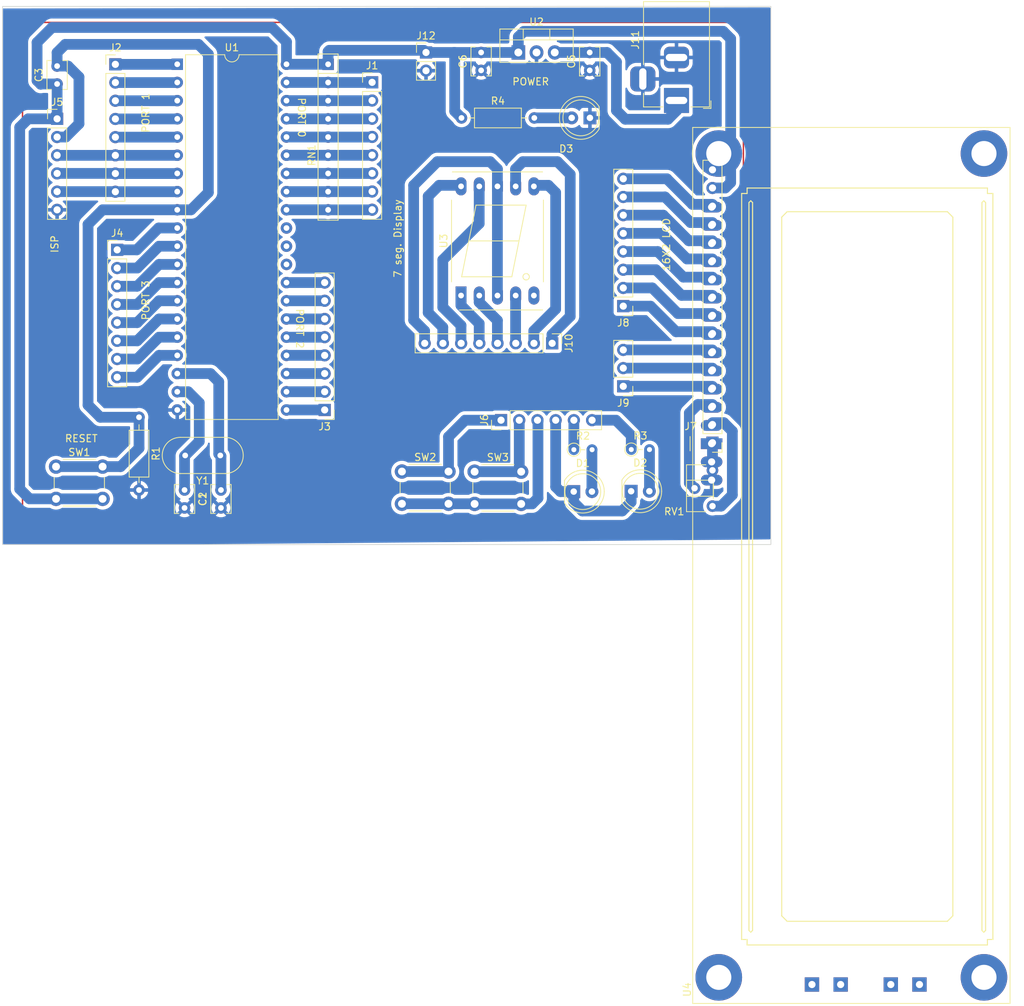
<source format=kicad_pcb>
(kicad_pcb (version 20221018) (generator pcbnew)
  (layers (0 "F.Cu" signal) (31 "B.Cu" signal) (34 "B.Paste" user) (35 "F.Paste" user) (36 "B.SilkS" user "B.Silkscreen") (37 "F.SilkS" user "F.Silkscreen") (38 "B.Mask" user) (39 "F.Mask" user) (44 "Edge.Cuts" user))
  (net 0 "")
  (net 1 "Net-(U1-X1)")
  (net 2 "GND")
  (net 3 "Net-(U1-X2)")
  (net 4 "+5P")
  (net 5 "Net-(J5-Pin_2)")
  (net 6 "Net-(U2-VO)")
  (net 7 "Net-(D1-A)")
  (net 8 "Net-(D2-A)")
  (net 9 "Net-(D3-A)")
  (net 10 "Net-(J1-Pin_1)")
  (net 11 "Net-(J1-Pin_2)")
  (net 12 "Net-(J1-Pin_3)")
  (net 13 "Net-(J1-Pin_4)")
  (net 14 "Net-(J1-Pin_5)")
  (net 15 "Net-(J1-Pin_6)")
  (net 16 "Net-(J1-Pin_7)")
  (net 17 "Net-(J1-Pin_8)")
  (net 18 "Net-(J2-Pin_1)")
  (net 19 "Net-(J2-Pin_2)")
  (net 20 "Net-(J2-Pin_3)")
  (net 21 "Net-(J2-Pin_4)")
  (net 22 "Net-(J2-Pin_5)")
  (net 23 "Net-(J2-Pin_6)")
  (net 24 "Net-(J2-Pin_7)")
  (net 25 "Net-(J2-Pin_8)")
  (net 26 "Net-(J3-Pin_1)")
  (net 27 "Net-(J3-Pin_2)")
  (net 28 "Net-(J3-Pin_3)")
  (net 29 "Net-(J3-Pin_4)")
  (net 30 "Net-(J3-Pin_5)")
  (net 31 "Net-(J3-Pin_6)")
  (net 32 "Net-(J3-Pin_7)")
  (net 33 "Net-(J3-Pin_8)")
  (net 34 "Net-(J4-Pin_1)")
  (net 35 "Net-(J4-Pin_2)")
  (net 36 "Net-(J4-Pin_3)")
  (net 37 "Net-(J4-Pin_4)")
  (net 38 "Net-(J4-Pin_5)")
  (net 39 "Net-(J4-Pin_6)")
  (net 40 "Net-(J4-Pin_7)")
  (net 41 "Net-(J4-Pin_8)")
  (net 42 "Net-(J6-Pin_1)")
  (net 43 "Net-(J6-Pin_2)")
  (net 44 "Net-(J6-Pin_3)")
  (net 45 "Net-(J6-Pin_5)")
  (net 46 "Net-(J6-Pin_6)")
  (net 47 "Net-(J7-Pin_3)")
  (net 48 "Net-(J7-Pin_4)")
  (net 49 "Net-(J7-Pin_5)")
  (net 50 "Net-(J7-Pin_6)")
  (net 51 "Net-(J7-Pin_7)")
  (net 52 "Net-(J7-Pin_8)")
  (net 53 "Net-(J7-Pin_9)")
  (net 54 "Net-(J7-Pin_10)")
  (net 55 "Net-(J7-Pin_11)")
  (net 56 "Net-(J7-Pin_12)")
  (net 57 "Net-(J7-Pin_13)")
  (net 58 "Net-(J7-Pin_14)")
  (net 59 "Net-(J10-Pin_1)")
  (net 60 "Net-(J10-Pin_2)")
  (net 61 "Net-(J10-Pin_3)")
  (net 62 "Net-(J10-Pin_4)")
  (net 63 "Net-(J10-Pin_5)")
  (net 64 "Net-(J10-Pin_6)")
  (net 65 "Net-(J10-Pin_7)")
  (net 66 "Net-(J10-Pin_8)")
  (net 75 "Net-(D1-K)")
  (footprint "Display:LCD-016N002L" (layer "F.Cu") (at 114.69 76.08 90)
    (fp_text reference "U4")
    (fp_text value "LCD-016N002L")
  )
  (footprint "Capacitor_THT:C_Disc_D3.8mm_W2.6mm_P2.50mm" (layer "F.Cu") (at 23.368 25.868 90)
    (fp_text reference "C3")
    (fp_text value "0.1uf")
  )
  (footprint "Connector_BarrelJack:BarrelJack_Horizontal" (layer "F.Cu") (at 109.79 28.17 -90)
    (fp_text reference "J11")
    (fp_text value "Barrel_Jack_Switch")
  )
  (footprint "Package_TO_SOT_THT:TO-220-3_Vertical" (layer "F.Cu") (at 87.72 21.47)
    (fp_text reference "U2")
    (fp_text value "LM7805_TO220")
  )
  (footprint "Connector_PinHeader_2.54mm:PinHeader_1x16_P2.54mm_Vertical" (layer "F.Cu") (at 114.808 75.946 180)
    (fp_text reference "J7")
    (fp_text value "Conn_01x16_Pin")
  )
  (footprint "Resistor_THT:R_Axial_DIN0207_L6.3mm_D2.5mm_P10.16mm_Horizontal" (layer "F.Cu") (at 79.79 30.61)
    (fp_text reference "R4")
    (fp_text value "1k")
  )
  (footprint "Connector_PinHeader_2.54mm:PinHeader_1x03_P2.54mm_Vertical" (layer "F.Cu") (at 102.362 68.072 180)
    (fp_text reference "J9")
    (fp_text value "Conn_01x03_Pin")
  )
  (footprint "Crystal:Crystal_HC18-U_Vertical" (layer "F.Cu") (at 46.138 77.724 180)
    (fp_text reference "Y1")
    (fp_text value "11.0592MHz")
  )
  (footprint "Connector_PinHeader_2.54mm:PinHeader_1x08_P2.54mm_Vertical" (layer "F.Cu") (at 31.496 23.129)
    (fp_text reference "J2")
    (fp_text value "Conn_01x08_Pin")
  )
  (footprint "Connector_PinHeader_2.54mm:PinHeader_1x08_P2.54mm_Vertical" (layer "F.Cu") (at 60.7 71.37 180)
    (fp_text reference "J3")
    (fp_text value "Conn_01x08_Pin")
  )
  (footprint "Connector_PinHeader_2.54mm:PinHeader_1x08_P2.54mm_Vertical" (layer "F.Cu") (at 92.44 62.07 -90)
    (fp_text reference "J10")
    (fp_text value "Conn_01x08_Pin")
  )
  (footprint "Resistor_THT:R_Axial_DIN0204_L3.6mm_D1.6mm_P2.54mm_Vertical" (layer "F.Cu") (at 103.48 76.9)
    (fp_text reference "R3")
    (fp_text value "1k")
  )
  (footprint "LED_THT:LED_D5.0mm_Clear" (layer "F.Cu") (at 103.46 82.72)
    (fp_text reference "D2")
    (fp_text value "LED")
  )
  (footprint "Resistor_THT:R_Axial_DIN0207_L6.3mm_D2.5mm_P10.16mm_Horizontal" (layer "F.Cu") (at 34.798 72.39 -90)
    (fp_text reference "R1")
    (fp_text value "10k")
  )
  (footprint "Button_Switch_THT:SW_PUSH_6mm_H4.3mm" (layer "F.Cu") (at 23.218 79.284)
    (fp_text reference "SW1")
    (fp_text value "SW_MEC_5E")
  )
  (footprint "LED_THT:LED_D5.0mm_Clear" (layer "F.Cu") (at 97.71 30.6 180)
    (fp_text reference "D3")
    (fp_text value "LED")
  )
  (footprint "Connector_PinHeader_2.54mm:PinHeader_1x02_P2.54mm_Vertical" (layer "F.Cu") (at 74.84 21.47)
    (fp_text reference "J12")
    (fp_text value "5v")
  )
  (footprint "Connector_PinHeader_2.54mm:PinHeader_1x08_P2.54mm_Vertical" (layer "F.Cu") (at 67.32 25.64)
    (fp_text reference "J1")
    (fp_text value "Conn_01x08_Pin")
  )
  (footprint "Connector_PinHeader_2.54mm:PinHeader_1x08_P2.54mm_Vertical" (layer "F.Cu") (at 31.75 49.022)
    (fp_text reference "J4")
    (fp_text value "Conn_01x08_Pin")
  )
  (footprint "Capacitor_THT:C_Disc_D3.8mm_W2.6mm_P2.50mm" (layer "F.Cu") (at 46.228 85.05 90)
    (fp_text reference "C2")
    (fp_text value "22pF")
  )
  (footprint "Connector_PinHeader_2.54mm:PinHeader_1x06_P2.54mm_Vertical" (layer "F.Cu") (at 85.31 72.8 90)
    (fp_text reference "J6")
    (fp_text value "Conn_01x06_Pin")
  )
  (footprint "Capacitor_THT:C_Disc_D3.8mm_W2.6mm_P2.50mm" (layer "F.Cu") (at 97.68 23.97 90)
    (fp_text reference "C5")
    (fp_text value "0.1uf")
  )
  (footprint "Connector_PinHeader_2.54mm:PinHeader_1x08_P2.54mm_Vertical" (layer "F.Cu") (at 102.362 56.881 180)
    (fp_text reference "J8")
    (fp_text value "Conn_01x08_Pin")
  )
  (footprint "Connector_PinHeader_2.54mm:PinHeader_1x06_P2.54mm_Vertical" (layer "F.Cu") (at 23.368 30.734)
    (fp_text reference "J5")
    (fp_text value "Conn_01x06_Pin")
  )
  (footprint "Package_DIP:DIP-40_W15.24mm" (layer "F.Cu") (at 40.132 23.114)
    (fp_text reference "U1")
    (fp_text value "8051")
  )
  (footprint "Capacitor_THT:C_Disc_D3.8mm_W2.6mm_P2.50mm" (layer "F.Cu") (at 41.148 82.55 -90)
    (fp_text reference "C1")
    (fp_text value "22pF")
  )
  (footprint "Display_7Segment:7SegmentLED_LTS6760_LTS6780" (layer "F.Cu") (at 79.73 55.4 90)
    (fp_text reference "U3")
    (fp_text value "D1X8K-14BL")
  )
  (footprint "LED_THT:LED_D5.0mm_Clear" (layer "F.Cu") (at 95.45 82.77)
    (fp_text reference "D1")
    (fp_text value "LED")
  )
  (footprint "Potentiometer_THT:Potentiometer_ACP_CA6-H2,5_Horizontal" (layer "F.Cu") (at 114.808 84.796 180)
    (fp_text reference "RV1")
    (fp_text value "10k")
  )
  (footprint "Button_Switch_THT:SW_PUSH_6mm_H4.3mm" (layer "F.Cu") (at 71.48 79.97)
    (fp_text reference "SW2")
    (fp_text value "user")
  )
  (footprint "Capacitor_THT:C_Disc_D3.8mm_W2.6mm_P2.50mm" (layer "F.Cu") (at 82.53 23.97 90)
    (fp_text reference "C6")
    (fp_text value "0.1uf")
  )
  (footprint "Button_Switch_THT:SW_PUSH_6mm_H4.3mm" (layer "F.Cu") (at 81.62 79.99)
    (fp_text reference "SW3")
    (fp_text value "user")
  )
  (footprint "Resistor_THT:R_Axial_DIN0204_L3.6mm_D1.6mm_P2.54mm_Vertical" (layer "F.Cu") (at 95.47 76.92)
    (fp_text reference "R2")
    (fp_text value "1k")
  )
  (footprint "Resistor_THT:R_Array_SIP9" (layer "F.Cu") (at 61.18 23.12 -90)
    (fp_text reference "RN1")
    (fp_text value "1k")
  )
  (gr_rect locked (start 18.542 17.272) (end 119.126 87.376) (stroke (width 0.2)) (fill none) (layer "F.Cu"))
  (gr_rect (start 15.76 15.04) (end 122.96 90.16) (stroke (width 0.1)) (fill none) (layer "Edge.Cuts"))
  (gr_text "PORT 2" (at 56.642 57.15 -90) (layer "F.SilkS") (effects (font (size 1 1)) (justify left bottom)))
  (gr_text "PORT 3" (at 36.322 58.928 90) (layer "F.SilkS") (effects (font (size 1 1)) (justify left bottom)))
  (gr_text "POWER" (at 86.8 26.13) (layer "F.SilkS") (effects (font (size 1 1)) (justify left bottom)))
  (gr_text "ISP" (at 23.622 49.53 90) (layer "F.SilkS") (effects (font (size 1 1)) (justify left bottom)))
  (gr_text "16X2 LCD" (at 108.966 52.07 90) (layer "F.SilkS") (effects (font (size 1 1)) (justify left bottom)))
  (gr_text "7 seg. Display" (at 71.49 52.98 90) (layer "F.SilkS") (effects (font (size 1 1)) (justify left bottom)))
  (gr_text "PORT 0" (at 56.896 27.686 -90) (layer "F.SilkS") (effects (font (size 1 1)) (justify left bottom)))
  (gr_text "RESET" (at 24.384 75.946) (layer "F.SilkS") (effects (font (size 1 1)) (justify left bottom)))
  (gr_text "PORT 1" (at 36.322 32.766 90) (layer "F.SilkS") (effects (font (size 1 1)) (justify left bottom)))
  (segment (start 41.148 77.814) (end 41.238 77.724) (width 1.5) (layer "B.Cu") (net 1))
  (segment (start 41.238 77.724) (end 43.2 75.762) (width 1.5) (layer "B.Cu") (net 1))
  (segment (start 43.2 75.762) (end 43.2 70.378) (width 1.5) (layer "B.Cu") (net 1))
  (segment (start 43.2 70.378) (end 41.656 68.834) (width 1.5) (layer "B.Cu") (net 1))
  (segment (start 41.656 68.834) (end 40.132 68.834) (width 1.5) (layer "B.Cu") (net 1))
  (segment (start 41.148 82.55) (end 41.148 77.814) (width 1.5) (layer "B.Cu") (net 1))
  (segment (start 97.68 30.57) (end 97.71 30.6) (width 1.5) (layer "B.Cu") (net 2))
  (segment (start 114.808 75.946) (end 114.808 79.796) (width 1.5) (layer "B.Cu") (net 2))
  (segment (start 45.92 67.45) (end 44.764 66.294) (width 1.5) (layer "B.Cu") (net 3))
  (segment (start 45.92 77.506) (end 45.92 67.45) (width 1.5) (layer "B.Cu") (net 3))
  (segment (start 46.228 82.55) (end 46.228 77.814) (width 1.5) (layer "B.Cu") (net 3))
  (segment (start 44.764 66.294) (end 40.132 66.294) (width 1.5) (layer "B.Cu") (net 3))
  (segment (start 46.228 77.814) (end 46.138 77.724) (width 1.5) (layer "B.Cu") (net 3))
  (segment (start 46.138 77.724) (end 45.92 77.506) (width 1.5) (layer "B.Cu") (net 3))
  (segment (start 61.18 21.34) (end 61.18 23.12) (width 1.5) (layer "B.Cu") (net 4))
  (segment (start 55.372 23.114) (end 55.372 19.992) (width 1.5) (layer "B.Cu") (net 4))
  (segment (start 29.718 83.784) (end 23.218 83.784) (width 1.5) (layer "B.Cu") (net 4))
  (segment (start 78.79 21.47) (end 74.84 21.47) (width 1.5) (layer "B.Cu") (net 4))
  (segment (start 53.36 17.98) (end 22.66 17.98) (width 1.5) (layer "B.Cu") (net 4))
  (segment (start 74.84 21.47) (end 74.54 21.17) (width 1.5) (layer "B.Cu") (net 4))
  (segment (start 78.84 21.52) (end 78.79 21.47) (width 1.5) (layer "B.Cu") (net 4))
  (segment (start 116.014 84.796) (end 117.58 83.23) (width 1.5) (layer "B.Cu") (net 4))
  (segment (start 117.348 19.558) (end 117.348 39.624) (width 1.5) (layer "B.Cu") (net 4))
  (segment (start 22.66 17.98) (end 20.574 20.066) (width 1.5) (layer "B.Cu") (net 4))
  (segment (start 114.808 84.796) (end 116.014 84.796) (width 1.5) (layer "B.Cu") (net 4))
  (segment (start 116.586 40.386) (end 114.808 40.386) (width 1.5) (layer "B.Cu") (net 4))
  (segment (start 20.574 20.066) (end 20.574 25.4) (width 1.5) (layer "B.Cu") (net 4))
  (segment (start 87.72 21.47) (end 87.72 19.3) (width 1.5) (layer "B.Cu") (net 4))
  (segment (start 21.122 25.868) (end 23.368 25.868) (width 1.5) (layer "B.Cu") (net 4))
  (segment (start 61.174 23.114) (end 61.18 23.12) (width 1.5) (layer "B.Cu") (net 4))
  (segment (start 61.35 21.17) (end 61.18 21.34) (width 1.5) (layer "B.Cu") (net 4))
  (segment (start 82.53 21.47) (end 78.79 21.47) (width 1.5) (layer "B.Cu") (net 4))
  (segment (start 117.348 39.624) (end 116.586 40.386) (width 1.5) (layer "B.Cu") (net 4))
  (segment (start 18.15 31.92) (end 18.15 82.4) (width 1.5) (layer "B.Cu") (net 4))
  (segment (start 87.72 19.3) (end 88.5 18.52) (width 1.5) (layer "B.Cu") (net 4))
  (segment (start 23.368 30.734) (end 23.368 25.868) (width 1.5) (layer "B.Cu") (net 4))
  (segment (start 19.534 83.784) (end 23.218 83.784) (width 1.5) (layer "B.Cu") (net 4))
  (segment (start 78.84 29.66) (end 78.84 21.52) (width 1.5) (layer "B.Cu") (net 4))
  (segment (start 117.58 74.34) (end 116.392 73.152) (width 1.5) (layer "B.Cu") (net 4))
  (segment (start 19.336 30.734) (end 18.15 31.92) (width 1.5) (layer "B.Cu") (net 4))
  (segment (start 55.372 19.992) (end 53.36 17.98) (width 1.5) (layer "B.Cu") (net 4))
  (segment (start 79.79 30.61) (end 78.84 29.66) (width 1.5) (layer "B.Cu") (net 4))
  (segment (start 55.372 23.114) (end 61.174 23.114) (width 1.5) (layer "B.Cu") (net 4))
  (segment (start 18.15 82.4) (end 19.534 83.784) (width 1.5) (layer "B.Cu") (net 4))
  (segment (start 20.574 25.4) (end 21.082 25.908) (width 1.5) (layer "B.Cu") (net 4))
  (segment (start 88.5 18.52) (end 116.31 18.52) (width 1.5) (layer "B.Cu") (net 4))
  (segment (start 87.72 21.47) (end 82.53 21.47) (width 1.5) (layer "B.Cu") (net 4))
  (segment (start 23.368 30.734) (end 19.336 30.734) (width 1.5) (layer "B.Cu") (net 4))
  (segment (start 117.58 83.23) (end 117.58 74.34) (width 1.5) (layer "B.Cu") (net 4))
  (segment (start 74.54 21.17) (end 61.35 21.17) (width 1.5) (layer "B.Cu") (net 4))
  (segment (start 116.392 73.152) (end 114.808 73.152) (width 1.5) (layer "B.Cu") (net 4))
  (segment (start 21.082 25.908) (end 21.122 25.868) (width 1.5) (layer "B.Cu") (net 4))
  (segment (start 116.31 18.52) (end 117.348 19.558) (width 1.5) (layer "B.Cu") (net 4))
  (segment (start 34.798 76.708) (end 34.798 72.39) (width 1.5) (layer "B.Cu") (net 5))
  (segment (start 43.09 20.34) (end 24.51 20.34) (width 1.5) (layer "B.Cu") (net 5))
  (segment (start 23.368 21.482) (end 23.368 23.368) (width 1.5) (layer "B.Cu") (net 5))
  (segment (start 27.686 70.686) (end 29.39 72.39) (width 1.5) (layer "B.Cu") (net 5))
  (segment (start 44.47 21.72) (end 43.09 20.34) (width 1.5) (layer "B.Cu") (net 5))
  (segment (start 26.416 31.428081) (end 26.416 24.892) (width 1.5) (layer "B.Cu") (net 5))
  (segment (start 24.570081 33.274) (end 26.416 31.428081) (width 1.5) (layer "B.Cu") (net 5))
  (segment (start 24.892 23.368) (end 23.368 23.368) (width 1.5) (layer "B.Cu") (net 5))
  (segment (start 40.132 43.434) (end 29.718 43.434) (width 1.5) (layer "B.Cu") (net 5))
  (segment (start 44.47 41.02) (end 44.47 21.72) (width 1.5) (layer "B.Cu") (net 5))
  (segment (start 26.416 24.892) (end 24.892 23.368) (width 1.5) (layer "B.Cu") (net 5))
  (segment (start 23.218 79.284) (end 32.222 79.284) (width 1.5) (layer "B.Cu") (net 5))
  (segment (start 42.056 43.434) (end 44.47 41.02) (width 1.5) (layer "B.Cu") (net 5))
  (segment (start 27.686 45.466) (end 27.686 70.686) (width 1.5) (layer "B.Cu") (net 5))
  (segment (start 29.39 72.39) (end 34.798 72.39) (width 1.5) (layer "B.Cu") (net 5))
  (segment (start 24.51 20.34) (end 23.368 21.482) (width 1.5) (layer "B.Cu") (net 5))
  (segment (start 40.132 43.434) (end 42.056 43.434) (width 1.5) (layer "B.Cu") (net 5))
  (segment (start 23.368 33.274) (end 24.570081 33.274) (width 1.5) (layer "B.Cu") (net 5))
  (segment (start 32.222 79.284) (end 34.798 76.708) (width 1.5) (layer "B.Cu") (net 5))
  (segment (start 29.718 43.434) (end 27.686 45.466) (width 1.5) (layer "B.Cu") (net 5))
  (segment (start 97.68 21.47) (end 100.09 21.47) (width 1.5) (layer "B.Cu") (net 6))
  (segment (start 92.8 21.47) (end 97.68 21.47) (width 1.5) (layer "B.Cu") (net 6))
  (segment (start 108.6 30.79) (end 109.79 29.6) (width 1.5) (layer "B.Cu") (net 6))
  (segment (start 100.09 21.47) (end 101.41 22.79) (width 1.5) (layer "B.Cu") (net 6))
  (segment (start 101.41 29.56) (end 102.64 30.79) (width 1.5) (layer "B.Cu") (net 6))
  (segment (start 101.41 22.79) (end 101.41 29.56) (width 1.5) (layer "B.Cu") (net 6))
  (segment (start 102.64 30.79) (end 108.6 30.79) (width 1.5) (layer "B.Cu") (net 6))
  (segment (start 109.79 29.6) (end 109.79 28.17) (width 1.5) (layer "B.Cu") (net 6))
  (segment (start 97.99 82.77) (end 97.99 76.94) (width 1.5) (layer "B.Cu") (net 7))
  (segment (start 97.99 76.94) (end 98.01 76.92) (width 1.5) (layer "B.Cu") (net 7))
  (segment (start 106.02 76.9) (end 106.02 82.7) (width 1.5) (layer "B.Cu") (net 8))
  (segment (start 106.02 82.7) (end 106 82.72) (width 1.5) (layer "B.Cu") (net 8))
  (segment (start 89.96 30.6) (end 89.95 30.61) (width 1.5) (layer "B.Cu") (net 9))
  (segment (start 95.17 30.6) (end 89.96 30.6) (width 1.5) (layer "B.Cu") (net 9))
  (segment (start 61.18 25.66) (end 67.3 25.66) (width 1.5) (layer "B.Cu") (net 10))
  (segment (start 61.174 25.654) (end 61.18 25.66) (width 1.5) (layer "B.Cu") (net 10))
  (segment (start 55.372 25.654) (end 61.174 25.654) (width 1.5) (layer "B.Cu") (net 10))
  (segment (start 67.3 25.66) (end 67.32 25.64) (width 1.5) (layer "B.Cu") (net 10))
  (segment (start 61.18 28.2) (end 67.3 28.2) (width 1.5) (layer "B.Cu") (net 11))
  (segment (start 55.372 28.194) (end 61.174 28.194) (width 1.5) (layer "B.Cu") (net 11))
  (segment (start 67.3 28.2) (end 67.32 28.18) (width 1.5) (layer "B.Cu") (net 11))
  (segment (start 61.174 28.194) (end 61.18 28.2) (width 1.5) (layer "B.Cu") (net 11))
  (segment (start 61.174 30.734) (end 61.18 30.74) (width 1.5) (layer "B.Cu") (net 12))
  (segment (start 61.18 30.74) (end 67.3 30.74) (width 1.5) (layer "B.Cu") (net 12))
  (segment (start 67.3 30.74) (end 67.32 30.72) (width 1.5) (layer "B.Cu") (net 12))
  (segment (start 55.372 30.734) (end 61.174 30.734) (width 1.5) (layer "B.Cu") (net 12))
  (segment (start 61.174 33.274) (end 61.18 33.28) (width 1.5) (layer "B.Cu") (net 13))
  (segment (start 67.3 33.28) (end 67.32 33.26) (width 1.5) (layer "B.Cu") (net 13))
  (segment (start 55.372 33.274) (end 61.174 33.274) (width 1.5) (layer "B.Cu") (net 13))
  (segment (start 61.18 33.28) (end 67.3 33.28) (width 1.5) (layer "B.Cu") (net 13))
  (segment (start 61.18 35.82) (end 67.3 35.82) (width 1.5) (layer "B.Cu") (net 14))
  (segment (start 61.174 35.814) (end 61.18 35.82) (width 1.5) (layer "B.Cu") (net 14))
  (segment (start 67.3 35.82) (end 67.32 35.8) (width 1.5) (layer "B.Cu") (net 14))
  (segment (start 55.372 35.814) (end 61.174 35.814) (width 1.5) (layer "B.Cu") (net 14))
  (segment (start 61.174 38.354) (end 61.18 38.36) (width 1.5) (layer "B.Cu") (net 15))
  (segment (start 67.3 38.36) (end 67.32 38.34) (width 1.5) (layer "B.Cu") (net 15))
  (segment (start 61.18 38.36) (end 67.3 38.36) (width 1.5) (layer "B.Cu") (net 15))
  (segment (start 55.372 38.354) (end 61.174 38.354) (width 1.5) (layer "B.Cu") (net 15))
  (segment (start 55.372 40.894) (end 61.174 40.894) (width 1.5) (layer "B.Cu") (net 16))
  (segment (start 61.174 40.894) (end 61.18 40.9) (width 1.5) (layer "B.Cu") (net 16))
  (segment (start 67.3 40.9) (end 67.32 40.88) (width 1.5) (layer "B.Cu") (net 16))
  (segment (start 61.18 40.9) (end 67.3 40.9) (width 1.5) (layer "B.Cu") (net 16))
  (segment (start 67.3 43.44) (end 67.32 43.42) (width 1.5) (layer "B.Cu") (net 17))
  (segment (start 61.18 43.44) (end 67.3 43.44) (width 1.5) (layer "B.Cu") (net 17))
  (segment (start 55.372 43.434) (end 61.174 43.434) (width 1.5) (layer "B.Cu") (net 17))
  (segment (start 61.174 43.434) (end 61.18 43.44) (width 1.5) (layer "B.Cu") (net 17))
  (segment (start 40.117 23.129) (end 40.132 23.114) (width 1.5) (layer "B.Cu") (net 18))
  (segment (start 31.496 23.129) (end 40.117 23.129) (width 1.5) (layer "B.Cu") (net 18))
  (segment (start 40.117 25.669) (end 40.132 25.654) (width 1.5) (layer "B.Cu") (net 19))
  (segment (start 31.496 25.669) (end 40.117 25.669) (width 1.5) (layer "B.Cu") (net 19))
  (segment (start 40.117 28.209) (end 40.132 28.194) (width 1.5) (layer "B.Cu") (net 20))
  (segment (start 31.496 28.209) (end 40.117 28.209) (width 1.5) (layer "B.Cu") (net 20))
  (segment (start 31.496 30.749) (end 40.117 30.749) (width 1.5) (layer "B.Cu") (net 21))
  (segment (start 40.117 30.749) (end 40.132 30.734) (width 1.5) (layer "B.Cu") (net 21))
  (segment (start 31.496 33.289) (end 40.117 33.289) (width 1.5) (layer "B.Cu") (net 22))
  (segment (start 40.117 33.289) (end 40.132 33.274) (width 1.5) (layer "B.Cu") (net 22))
  (segment (start 23.383 35.829) (end 23.368 35.814) (width 1.5) (layer "B.Cu") (net 23))
  (segment (start 31.496 35.829) (end 40.117 35.829) (width 1.5) (layer "B.Cu") (net 23))
  (segment (start 31.496 35.829) (end 23.383 35.829) (width 1.5) (layer "B.Cu") (net 23))
  (segment (start 40.117 35.829) (end 40.132 35.814) (width 1.5) (layer "B.Cu") (net 23))
  (segment (start 31.496 38.369) (end 40.117 38.369) (width 1.5) (layer "B.Cu") (net 24))
  (segment (start 31.481 38.354) (end 31.496 38.369) (width 1.5) (layer "B.Cu") (net 24))
  (segment (start 23.368 38.354) (end 31.481 38.354) (width 1.5) (layer "B.Cu") (net 24))
  (segment (start 40.117 38.369) (end 40.132 38.354) (width 1.5) (layer "B.Cu") (net 24))
  (segment (start 23.368 40.894) (end 31.481 40.894) (width 1.5) (layer "B.Cu") (net 25))
  (segment (start 40.117 40.909) (end 40.132 40.894) (width 1.5) (layer "B.Cu") (net 25))
  (segment (start 31.496 40.909) (end 40.117 40.909) (width 1.5) (layer "B.Cu") (net 25))
  (segment (start 31.481 40.894) (end 31.496 40.909) (width 1.5) (layer "B.Cu") (net 25))
  (segment (start 55.372 71.374) (end 60.696 71.374) (width 1.5) (layer "B.Cu") (net 26))
  (segment (start 60.696 71.374) (end 60.7 71.37) (width 1.5) (layer "B.Cu") (net 26))
  (segment (start 60.7 68.83) (end 55.376 68.83) (width 1.5) (layer "B.Cu") (net 27))
  (segment (start 55.376 68.83) (end 55.372 68.834) (width 1.5) (layer "B.Cu") (net 27))
  (segment (start 60.696 66.294) (end 60.7 66.29) (width 1.5) (layer "B.Cu") (net 28))
  (segment (start 55.372 66.294) (end 60.696 66.294) (width 1.5) (layer "B.Cu") (net 28))
  (segment (start 55.376 63.75) (end 55.372 63.754) (width 1.5) (layer "B.Cu") (net 29))
  (segment (start 60.7 63.75) (end 55.376 63.75) (width 1.5) (layer "B.Cu") (net 29))
  (segment (start 55.372 61.214) (end 60.696 61.214) (width 1.5) (layer "B.Cu") (net 30))
  (segment (start 60.696 61.214) (end 60.7 61.21) (width 1.5) (layer "B.Cu") (net 30))
  (segment (start 55.376 58.67) (end 55.372 58.674) (width 1.5) (layer "B.Cu") (net 31))
  (segment (start 60.7 58.67) (end 55.376 58.67) (width 1.5) (layer "B.Cu") (net 31))
  (segment (start 55.372 56.134) (end 60.696 56.134) (width 1.5) (layer "B.Cu") (net 32))
  (segment (start 60.696 56.134) (end 60.7 56.13) (width 1.5) (layer "B.Cu") (net 32))
  (segment (start 55.376 53.59) (end 55.372 53.594) (width 1.5) (layer "B.Cu") (net 33))
  (segment (start 60.7 53.59) (end 55.376 53.59) (width 1.5) (layer "B.Cu") (net 33))
  (segment (start 31.75 49.022) (end 34.4805 49.022) (width 1.5) (layer "B.Cu") (net 34))
  (segment (start 34.4805 49.022) (end 37.5285 45.974) (width 1.5) (layer "B.Cu") (net 34))
  (segment (start 37.5285 45.974) (end 40.132 45.974) (width 1.5) (layer "B.Cu") (net 34))
  (segment (start 34.544 51.562) (end 37.592 48.514) (width 1.5) (layer "B.Cu") (net 35))
  (segment (start 37.592 48.514) (end 40.132 48.514) (width 1.5) (layer "B.Cu") (net 35))
  (segment (start 31.75 51.562) (end 34.544 51.562) (width 1.5) (layer "B.Cu") (net 35))
  (segment (start 37.592 51.054) (end 40.132 51.054) (width 1.5) (layer "B.Cu") (net 36))
  (segment (start 31.75 54.102) (end 34.544 54.102) (width 1.5) (layer "B.Cu") (net 36))
  (segment (start 34.544 54.102) (end 37.592 51.054) (width 1.5) (layer "B.Cu") (net 36))
  (segment (start 37.592 53.594) (end 40.132 53.594) (width 1.5) (layer "B.Cu") (net 37))
  (segment (start 34.544 56.642) (end 37.592 53.594) (width 1.5) (layer "B.Cu") (net 37))
  (segment (start 31.75 56.642) (end 34.544 56.642) (width 1.5) (layer "B.Cu") (net 37))
  (segment (start 37.592 56.134) (end 40.132 56.134) (width 1.5) (layer "B.Cu") (net 38))
  (segment (start 31.75 59.182) (end 34.544 59.182) (width 1.5) (layer "B.Cu") (net 38))
  (segment (start 34.544 59.182) (end 37.592 56.134) (width 1.5) (layer "B.Cu") (net 38))
  (segment (start 34.544 61.722) (end 37.592 58.674) (width 1.5) (layer "B.Cu") (net 39))
  (segment (start 31.75 61.722) (end 34.544 61.722) (width 1.5) (layer "B.Cu") (net 39))
  (segment (start 37.592 58.674) (end 40.132 58.674) (width 1.5) (layer "B.Cu") (net 39))
  (segment (start 34.544 64.262) (end 37.592 61.214) (width 1.5) (layer "B.Cu") (net 40))
  (segment (start 37.592 61.214) (end 40.132 61.214) (width 1.5) (layer "B.Cu") (net 40))
  (segment (start 31.75 64.262) (end 34.544 64.262) (width 1.5) (layer "B.Cu") (net 40))
  (segment (start 34.544 66.802) (end 37.592 63.754) (width 1.5) (layer "B.Cu") (net 41))
  (segment (start 31.75 66.802) (end 34.544 66.802) (width 1.5) (layer "B.Cu") (net 41))
  (segment (start 37.592 63.754) (end 40.132 63.754) (width 1.5) (layer "B.Cu") (net 41))
  (segment (start 80.3 72.8) (end 77.98 75.12) (width 1.5) (layer "B.Cu") (net 42))
  (segment (start 71.48 79.97) (end 77.98 79.97) (width 1.5) (layer "B.Cu") (net 42))
  (segment (start 85.31 72.8) (end 80.3 72.8) (width 1.5) (layer "B.Cu") (net 42))
  (segment (start 77.98 75.12) (end 77.98 79.97) (width 1.5) (layer "B.Cu") (net 42))
  (segment (start 81.62 79.99) (end 88.12 79.99) (width 1.5) (layer "B.Cu") (net 43))
  (segment (start 87.85 79.72) (end 88.12 79.99) (width 1.5) (layer "B.Cu") (net 43))
  (segment (start 87.85 72.8) (end 87.85 79.72) (width 1.5) (layer "B.Cu") (net 43))
  (segment (start 90.46 72.87) (end 90.46 83.67) (width 1.5) (layer "B.Cu") (net 44))
  (segment (start 89.64 84.49) (end 88.12 84.49) (width 1.5) (layer "B.Cu") (net 44))
  (segment (start 77.98 84.47) (end 71.48 84.47) (width 1.5) (layer "B.Cu") (net 44))
  (segment (start 90.46 83.67) (end 89.64 84.49) (width 1.5) (layer "B.Cu") (net 44))
  (segment (start 81.6 84.47) (end 81.62 84.49) (width 1.5) (layer "B.Cu") (net 44))
  (segment (start 90.39 72.8) (end 90.46 72.87) (width 1.5) (layer "B.Cu") (net 44))
  (segment (start 88.12 84.49) (end 81.62 84.49) (width 1.5) (layer "B.Cu") (net 44))
  (segment (start 77.98 84.47) (end 81.6 84.47) (width 1.5) (layer "B.Cu") (net 44))
  (segment (start 95.47 76.92) (end 95.47 72.8) (width 1.5) (layer "B.Cu") (net 45))
  (segment (start 98.01 72.8) (end 101.33 72.8) (width 1.5) (layer "B.Cu") (net 46))
  (segment (start 103.48 74.95) (end 103.48 76.9) (width 1.5) (layer "B.Cu") (net 46))
  (segment (start 101.33 72.8) (end 103.48 74.95) (width 1.5) (layer "B.Cu") (net 46))
  (segment (start 112.776 70.612) (end 114.808 70.612) (width 1.5) (layer "B.Cu") (net 47))
  (segment (start 112.308 82.296) (end 111.58 81.568) (width 1.5) (layer "B.Cu") (net 47))
  (segment (start 111.58 71.808) (end 112.776 70.612) (width 1.5) (layer "B.Cu") (net 47))
  (segment (start 111.58 81.568) (end 111.58 71.808) (width 1.5) (layer "B.Cu") (net 47))
  (segment (start 102.362 68.072) (end 114.808 68.072) (width 1.5) (layer "B.Cu") (net 48))
  (segment (start 102.362 65.532) (end 114.808 65.532) (width 1.5) (layer "B.Cu") (net 49))
  (segment (start 102.362 62.992) (end 114.808 62.992) (width 1.5) (layer "B.Cu") (net 50))
  (segment (start 106.157 56.881) (end 109.728 60.452) (width 1.5) (layer "B.Cu") (net 51))
  (segment (start 102.362 56.881) (end 106.157 56.881) (width 1.5) (layer "B.Cu") (net 51))
  (segment (start 109.728 60.452) (end 114.808 60.452) (width 1.5) (layer "B.Cu") (net 51))
  (segment (start 102.362 54.341) (end 106.411 54.341) (width 1.5) (layer "B.Cu") (net 52))
  (segment (start 109.982 57.912) (end 114.808 57.912) (width 1.5) (layer "B.Cu") (net 52))
  (segment (start 106.411 54.341) (end 109.982 57.912) (width 1.5) (layer "B.Cu") (net 52))
  (segment (start 106.919 51.801) (end 110.49 55.372) (width 1.5) (layer "B.Cu") (net 53))
  (segment (start 110.49 55.372) (end 114.808 55.372) (width 1.5) (layer "B.Cu") (net 53))
  (segment (start 102.362 51.801) (end 106.919 51.801) (width 1.5) (layer "B.Cu") (net 53))
  (segment (start 110.744 52.832) (end 114.808 52.832) (width 1.5) (layer "B.Cu") (net 54))
  (segment (start 102.362 49.261) (end 107.173 49.261) (width 1.5) (layer "B.Cu") (net 54))
  (segment (start 107.173 49.261) (end 110.744 52.832) (width 1.5) (layer "B.Cu") (net 54))
  (segment (start 111.252 50.292) (end 114.808 50.292) (width 1.5) (layer "B.Cu") (net 55))
  (segment (start 102.362 46.721) (end 107.681 46.721) (width 1.5) (layer "B.Cu") (net 55))
  (segment (start 107.681 46.721) (end 111.252 50.292) (width 1.5) (layer "B.Cu") (net 55))
  (segment (start 111.506 47.752) (end 114.808 47.752) (width 1.5) (layer "B.Cu") (net 56))
  (segment (start 102.362 44.181) (end 107.935 44.181) (width 1.5) (layer "B.Cu") (net 56))
  (segment (start 107.935 44.181) (end 111.506 47.752) (width 1.5) (layer "B.Cu") (net 56))
  (segment (start 111.76 45.212) (end 114.808 45.212) (width 1.5) (layer "B.Cu") (net 57))
  (segment (start 108.189 41.641) (end 111.76 45.212) (width 1.5) (layer "B.Cu") (net 57))
  (segment (start 102.362 41.641) (end 108.189 41.641) (width 1.5) (layer "B.Cu") (net 57))
  (segment (start 112.014 42.672) (end 114.808 42.672) (width 1.5) (layer "B.Cu") (net 58))
  (segment (start 102.362 39.101) (end 108.443 39.101) (width 1.5) (layer "B.Cu") (net 58))
  (segment (start 108.443 39.101) (end 112.014 42.672) (width 1.5) (layer "B.Cu") (net 58))
  (segment (start 94.96 58.304) (end 92.42 60.844) (width 1.5) (layer "B.Cu") (net 59))
  (segment (start 88.356 36.714) (end 93.182 36.714) (width 1.5) (layer "B.Cu") (net 59))
  (segment (start 87.34 37.73) (end 88.356 36.714) (width 1.5) (layer "B.Cu") (net 59))
  (segment (start 93.182 36.714) (end 94.96 38.492) (width 1.5) (layer "B.Cu") (net 59))
  (segment (start 87.34 40.016) (end 87.34 37.73) (width 1.5) (layer "B.Cu") (net 59))
  (segment (start 92.42 60.844) (end 92.42 62.114) (width 1.5) (layer "B.Cu") (net 59))
  (segment (start 94.96 38.492) (end 94.96 58.304) (width 1.5) (layer "B.Cu") (net 59))
  (segment (start 91.912 40.016) (end 89.88 40.016) (width 1.5) (layer "B.Cu") (net 60))
  (segment (start 89.88 60.336) (end 92.928 57.288) (width 1.5) (layer "B.Cu") (net 60))
  (segment (start 92.928 57.288) (end 92.928 41.032) (width 1.5) (layer "B.Cu") (net 60))
  (segment (start 89.88 62.114) (end 89.88 60.336) (width 1.5) (layer "B.Cu") (net 60))
  (segment (start 92.928 41.032) (end 91.912 40.016) (width 1.5) (layer "B.Cu") (net 60))
  (segment (start 87.34 55.256) (end 87.34 62.114) (width 1.5) (layer "B.Cu") (net 61))
  (segment (start 82.26 55.256) (end 82.26 56.339918) (width 1.5) (layer "B.Cu") (net 62))
  (segment (start 82.26 56.339918) (end 84.8 58.879918) (width 1.5) (layer "B.Cu") (net 62))
  (segment (start 84.8 58.879918) (end 84.8 62.114) (width 1.5) (layer "B.Cu") (net 62))
  (segment (start 82.26 59.32) (end 82.26 62.114) (width 1.5) (layer "B.Cu") (net 63))
  (segment (start 79.72 56.78) (end 82.26 59.32) (width 1.5) (layer "B.Cu") (net 63))
  (segment (start 79.72 55.256) (end 79.72 56.78) (width 1.5) (layer "B.Cu") (net 63))
  (segment (start 77.18 57.034) (end 77.18 50.43) (width 1.5) (layer "B.Cu") (net 64))
  (segment (start 82.26 45.35) (end 82.26 40.016) (width 1.5) (layer "B.Cu") (net 64))
  (segment (start 79.72 62.114) (end 79.72 59.574) (width 1.5) (layer "B.Cu") (net 64))
  (segment (start 79.72 59.574) (end 77.18 57.034) (width 1.5) (layer "B.Cu") (net 64))
  (segment (start 77.18 50.43) (end 82.26 45.35) (width 1.5) (layer "B.Cu") (net 64))
  (segment (start 77.18 59.828) (end 75.148 57.796) (width 1.5) (layer "B.Cu") (net 65))
  (segment (start 77.18 62.114) (end 77.18 59.828) (width 1.5) (layer "B.Cu") (net 65))
  (segment (start 75.148 57.796) (end 75.148 41.54) (width 1.5) (layer "B.Cu") (net 65))
  (segment (start 76.672 40.016) (end 79.72 40.016) (width 1.5) (layer "B.Cu") (net 65))
  (segment (start 75.148 41.54) (end 76.672 40.016) (width 1.5) (layer "B.Cu") (net 65))
  (segment (start 84.8 55.256) (end 84.8 40.016) (width 1.5) (layer "B.Cu") (net 66))
  (segment (start 74.64 62.114) (end 74.64 60.336) (width 1.5) (layer "B.Cu") (net 66))
  (segment (start 84.8 37.73) (end 84.8 40.016) (width 1.5) (layer "B.Cu") (net 66))
  (segment (start 83.784 36.714) (end 84.8 37.73) (width 1.5) (layer "B.Cu") (net 66))
  (segment (start 76.418 36.714) (end 83.784 36.714) (width 1.5) (layer "B.Cu") (net 66))
  (segment (start 74.64 60.336) (end 73.116 58.812) (width 1.5) (layer "B.Cu") (net 66))
  (segment (start 73.116 40.016) (end 76.418 36.714) (width 1.5) (layer "B.Cu") (net 66))
  (segment (start 73.116 58.812) (end 73.116 40.016) (width 1.5) (layer "B.Cu") (net 66))
  (segment (start 92.93 82.1) (end 93.6 82.77) (width 1.5) (layer "B.Cu") (net 75))
  (segment (start 93.6 82.77) (end 95.45 82.77) (width 1.5) (layer "B.Cu") (net 75))
  (segment (start 102.2 85.48) (end 96.66 85.48) (width 1.5) (layer "B.Cu") (net 75))
  (segment (start 96.66 85.48) (end 95.45 84.27) (width 1.5) (layer "B.Cu") (net 75))
  (segment (start 103.46 82.72) (end 103.46 84.22) (width 1.5) (layer "B.Cu") (net 75))
  (segment (start 103.46 84.22) (end 102.2 85.48) (width 1.5) (layer "B.Cu") (net 75))
  (segment (start 95.45 84.27) (end 95.45 82.77) (width 1.5) (layer "B.Cu") (net 75))
  (segment (start 92.93 72.8) (end 92.93 82.1) (width 1.5) (layer "B.Cu") (net 75))
  (zone (net 2) (net_name "GND") (layer "B.Cu") (connect_pads (clearance 0.5)) (min_thickness 0.25) (fill yes (thermal_gap 0.5) (thermal_bridge_width 0.5))
    (polygon (pts (xy 122.9 15.18) (xy 15.4 15.33) (xy 15.71 90.35) (xy 122.9 89.44)))
  )
)
</source>
